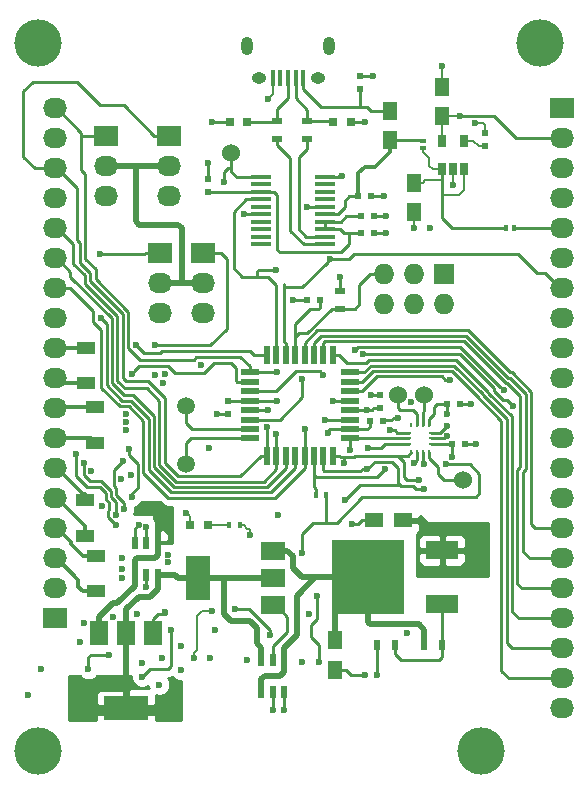
<source format=gtl>
G04 #@! TF.FileFunction,Copper,L1,Top,Signal*
%FSLAX46Y46*%
G04 Gerber Fmt 4.6, Leading zero omitted, Abs format (unit mm)*
G04 Created by KiCad (PCBNEW 4.0.5) date Mon Feb 27 06:48:06 2017*
%MOMM*%
%LPD*%
G01*
G04 APERTURE LIST*
%ADD10C,0.100000*%
%ADD11R,0.500000X0.600000*%
%ADD12R,0.600000X0.500000*%
%ADD13R,0.800000X0.750000*%
%ADD14R,1.250000X1.500000*%
%ADD15R,1.500000X1.250000*%
%ADD16R,1.600000X1.000000*%
%ADD17R,0.550000X0.300000*%
%ADD18R,0.300000X0.550000*%
%ADD19R,1.600000X0.550000*%
%ADD20R,0.550000X1.600000*%
%ADD21R,2.032000X1.727200*%
%ADD22O,2.032000X1.727200*%
%ADD23R,0.400000X1.350000*%
%ADD24O,1.250000X0.950000*%
%ADD25O,1.000000X1.550000*%
%ADD26R,1.727200X1.727200*%
%ADD27O,1.727200X1.727200*%
%ADD28R,1.500000X2.000000*%
%ADD29R,3.800000X2.000000*%
%ADD30R,2.000000X1.500000*%
%ADD31R,2.000000X3.800000*%
%ADD32R,0.400000X0.600000*%
%ADD33R,0.900000X0.500000*%
%ADD34R,0.500000X0.900000*%
%ADD35R,1.700000X0.350000*%
%ADD36R,0.250000X0.450000*%
%ADD37R,0.450000X0.250000*%
%ADD38R,6.100000X6.300000*%
%ADD39R,2.800000X1.500000*%
%ADD40R,0.600000X1.100000*%
%ADD41C,1.524000*%
%ADD42C,1.501140*%
%ADD43C,4.000000*%
%ADD44R,0.797560X0.797560*%
%ADD45R,0.700000X1.000000*%
%ADD46C,0.600000*%
%ADD47C,0.250000*%
%ADD48C,0.160000*%
%ADD49C,0.350000*%
%ADD50C,0.500000*%
%ADD51C,0.300000*%
%ADD52C,0.254000*%
G04 APERTURE END LIST*
D10*
D11*
X118600000Y-60300000D03*
X118600000Y-61400000D03*
D12*
X130600000Y-62000000D03*
X131700000Y-62000000D03*
D11*
X131450000Y-60900000D03*
X131450000Y-59800000D03*
D12*
X125300000Y-51750000D03*
X126400000Y-51750000D03*
D11*
X129800000Y-33900000D03*
X129800000Y-32800000D03*
D13*
X120250000Y-36700000D03*
X118750000Y-36700000D03*
X127550000Y-36700000D03*
X129050000Y-36700000D03*
D12*
X129650000Y-43000000D03*
X130750000Y-43000000D03*
D11*
X116900000Y-42650000D03*
X116900000Y-41550000D03*
D12*
X129850000Y-44700000D03*
X130950000Y-44700000D03*
X129850000Y-46100000D03*
X130950000Y-46100000D03*
D14*
X134350000Y-41850000D03*
X134350000Y-44350000D03*
D11*
X140350000Y-38750000D03*
X140350000Y-37650000D03*
D12*
X137550000Y-64000000D03*
X138650000Y-64000000D03*
X137150000Y-60600000D03*
X138250000Y-60600000D03*
D15*
X133475000Y-70425000D03*
X130975000Y-70425000D03*
D14*
X127700000Y-80600000D03*
X127700000Y-83100000D03*
D16*
X106600000Y-55800000D03*
X106600000Y-58800000D03*
X107350000Y-60850000D03*
X107350000Y-63850000D03*
X106500000Y-68750000D03*
X106500000Y-71750000D03*
X107400000Y-73450000D03*
X107400000Y-76450000D03*
D17*
X135100000Y-38925000D03*
X135100000Y-38275000D03*
D18*
X142175000Y-45700000D03*
X142825000Y-45700000D03*
D19*
X120450000Y-57900000D03*
X120450000Y-58700000D03*
X120450000Y-59500000D03*
X120450000Y-60300000D03*
X120450000Y-61100000D03*
X120450000Y-61900000D03*
X120450000Y-62700000D03*
X120450000Y-63500000D03*
D20*
X121900000Y-64950000D03*
X122700000Y-64950000D03*
X123500000Y-64950000D03*
X124300000Y-64950000D03*
X125100000Y-64950000D03*
X125900000Y-64950000D03*
X126700000Y-64950000D03*
X127500000Y-64950000D03*
D19*
X128950000Y-63500000D03*
X128950000Y-62700000D03*
X128950000Y-61900000D03*
X128950000Y-61100000D03*
X128950000Y-60300000D03*
X128950000Y-59500000D03*
X128950000Y-58700000D03*
X128950000Y-57900000D03*
D20*
X127500000Y-56450000D03*
X126700000Y-56450000D03*
X125900000Y-56450000D03*
X125100000Y-56450000D03*
X124300000Y-56450000D03*
X123500000Y-56450000D03*
X122700000Y-56450000D03*
X121900000Y-56450000D03*
D14*
X132300000Y-38250000D03*
X132300000Y-35750000D03*
D21*
X104000000Y-78740000D03*
D22*
X104000000Y-76200000D03*
X104000000Y-73660000D03*
X104000000Y-71120000D03*
X104000000Y-68580000D03*
X104000000Y-66040000D03*
X104000000Y-63500000D03*
X104000000Y-60960000D03*
X104000000Y-58420000D03*
X104000000Y-55880000D03*
X104000000Y-53340000D03*
X104000000Y-50800000D03*
X104000000Y-48260000D03*
X104000000Y-45720000D03*
X104000000Y-43180000D03*
X104000000Y-40640000D03*
X104000000Y-38100000D03*
X104000000Y-35560000D03*
D21*
X108300000Y-37860000D03*
D22*
X108300000Y-40400000D03*
X108300000Y-42940000D03*
D23*
X125000900Y-32962540D03*
X124350900Y-32962540D03*
X123700900Y-32962540D03*
X123050900Y-32962540D03*
X122400900Y-32962540D03*
D24*
X126200900Y-32962540D03*
X121200900Y-32962540D03*
D25*
X127200900Y-30262540D03*
X120200900Y-30262540D03*
D21*
X113600000Y-37860000D03*
D22*
X113600000Y-40400000D03*
X113600000Y-42940000D03*
D21*
X146900000Y-35560000D03*
D22*
X146900000Y-38100000D03*
X146900000Y-40640000D03*
X146900000Y-43180000D03*
X146900000Y-45720000D03*
X146900000Y-48260000D03*
X146900000Y-50800000D03*
X146900000Y-53340000D03*
X146900000Y-55880000D03*
X146900000Y-58420000D03*
X146900000Y-60960000D03*
X146900000Y-63500000D03*
X146900000Y-66040000D03*
X146900000Y-68580000D03*
X146900000Y-71120000D03*
X146900000Y-73660000D03*
X146900000Y-76200000D03*
X146900000Y-78740000D03*
X146900000Y-81280000D03*
X146900000Y-83820000D03*
X146900000Y-86360000D03*
D21*
X112900000Y-47800000D03*
D22*
X112900000Y-50340000D03*
X112900000Y-52880000D03*
D21*
X116500000Y-47820000D03*
D22*
X116500000Y-50360000D03*
X116500000Y-52900000D03*
D26*
X136940000Y-49600000D03*
D27*
X136940000Y-52140000D03*
X134400000Y-49600000D03*
X134400000Y-52140000D03*
X131860000Y-49600000D03*
X131860000Y-52140000D03*
D28*
X112300000Y-80000000D03*
X110000000Y-80000000D03*
X107700000Y-80000000D03*
D29*
X110000000Y-86300000D03*
D30*
X122400000Y-77600000D03*
X122400000Y-75300000D03*
X122400000Y-73000000D03*
D31*
X116100000Y-75300000D03*
D32*
X126950000Y-68300000D03*
X126050000Y-68300000D03*
D33*
X125300000Y-38150000D03*
X125300000Y-36650000D03*
D34*
X135250000Y-81000000D03*
X136750000Y-81000000D03*
D33*
X122800000Y-38150000D03*
X122800000Y-36650000D03*
D34*
X132750000Y-81000000D03*
X131250000Y-81000000D03*
D33*
X128100000Y-51000000D03*
X128100000Y-52500000D03*
D35*
X121400000Y-41342500D03*
X121400000Y-41977500D03*
X121400000Y-42612500D03*
X121400000Y-43247500D03*
X121400000Y-43882500D03*
X121400000Y-44517500D03*
X121400000Y-45152500D03*
X121400000Y-45787500D03*
X121400000Y-46422500D03*
X121400000Y-47057500D03*
X126800000Y-47057500D03*
X126800000Y-46422500D03*
X126800000Y-45787500D03*
X126800000Y-45152500D03*
X126800000Y-44517500D03*
X126800000Y-43882500D03*
X126800000Y-43247500D03*
X126800000Y-42612500D03*
X126800000Y-41977500D03*
X126800000Y-41342500D03*
D36*
X134150000Y-64675000D03*
X134650000Y-64675000D03*
X135150000Y-64675000D03*
X135650000Y-64675000D03*
D37*
X135825000Y-64000000D03*
X135825000Y-63500000D03*
X135825000Y-63000000D03*
D36*
X135650000Y-62325000D03*
X135150000Y-62325000D03*
X134650000Y-62325000D03*
X134150000Y-62325000D03*
D37*
X133975000Y-63000000D03*
X133975000Y-63500000D03*
X133975000Y-64000000D03*
D38*
X130500000Y-75250000D03*
D39*
X136750000Y-77536000D03*
X136750000Y-72964000D03*
D40*
X112650000Y-72350000D03*
X111700000Y-72350000D03*
X110750000Y-72350000D03*
X110750000Y-75050000D03*
X111700000Y-75050000D03*
X112650000Y-75050000D03*
X121450000Y-84950000D03*
X122400000Y-84950000D03*
X123350000Y-84950000D03*
X123350000Y-82250000D03*
X122400000Y-82250000D03*
X121450000Y-82250000D03*
D41*
X118900000Y-39300000D03*
X133000000Y-59800000D03*
X135200000Y-59800000D03*
X138500000Y-67000000D03*
D42*
X115100000Y-65640940D03*
X115100000Y-60759060D03*
D43*
X102500000Y-30000000D03*
X145000000Y-30000000D03*
X140000000Y-90000000D03*
X102500000Y-90000000D03*
D14*
X136700000Y-36200000D03*
X136700000Y-33700000D03*
D44*
X116899300Y-70850000D03*
X115400700Y-70850000D03*
D32*
X118700000Y-70850000D03*
X119600000Y-70850000D03*
D45*
X136700000Y-40700000D03*
X137650000Y-40700000D03*
X138600000Y-40700000D03*
X138600000Y-38300000D03*
X136700000Y-38300000D03*
D46*
X138250000Y-36200000D03*
X124900000Y-73200000D03*
X127050000Y-63050000D03*
X122750000Y-60300000D03*
X128100000Y-49850000D03*
X137050000Y-65700000D03*
X137600000Y-65100000D03*
X137150000Y-61450000D03*
X134100001Y-60418585D03*
X139550000Y-36800000D03*
X136700000Y-32000000D03*
X115100000Y-69800000D03*
X137650000Y-42050000D03*
X134350000Y-45700000D03*
X122000000Y-34750000D03*
X110950000Y-78350000D03*
X113550000Y-73350000D03*
X113550000Y-74000000D03*
X109650000Y-75350000D03*
X109650000Y-73650000D03*
X109650000Y-74550000D03*
X110000000Y-62800000D03*
X110000000Y-61450000D03*
X110000000Y-62100000D03*
X111059696Y-70795334D03*
X110374990Y-66622506D03*
X111705833Y-70974990D03*
X109600000Y-66950000D03*
X117500000Y-79700000D03*
X125500000Y-78400000D03*
X114600000Y-83100000D03*
X108903284Y-78575011D03*
X101650000Y-85250000D03*
X112799998Y-84350000D03*
X111315469Y-82525022D03*
X102750000Y-83000000D03*
X131250000Y-83500000D03*
X133750000Y-80000000D03*
X130225000Y-83525000D03*
X129150000Y-70775000D03*
X133023710Y-61733872D03*
X130700000Y-59800000D03*
X117650000Y-61400000D03*
X122000000Y-61100000D03*
X137150000Y-62450000D03*
X137141535Y-63261905D03*
X135252803Y-65636702D03*
X116300000Y-57300000D03*
X135700000Y-45700000D03*
X127500000Y-60300000D03*
X123350000Y-86450000D03*
X122400000Y-86500000D03*
X117000000Y-64300000D03*
X139200000Y-60600000D03*
X139600000Y-64000000D03*
X134400000Y-65600000D03*
X119982500Y-44517500D03*
X125300000Y-43900000D03*
X116900000Y-40200000D03*
X132000000Y-46100000D03*
X132000000Y-44700000D03*
X131800000Y-43000000D03*
X130900000Y-32800000D03*
X130200000Y-36700000D03*
X117300000Y-36700000D03*
X130400000Y-61100000D03*
X124100000Y-51750000D03*
X118250000Y-41750000D03*
X139700000Y-74700000D03*
X139700000Y-72950000D03*
X139700000Y-71000000D03*
X106449999Y-79103991D03*
X107950000Y-69250000D03*
X107050000Y-66250000D03*
X106100000Y-80750000D03*
X136750000Y-71000000D03*
X112450000Y-69350000D03*
X111400000Y-69350000D03*
X113250000Y-58000000D03*
X112450000Y-58150000D03*
X113100000Y-58800000D03*
X113250000Y-86775010D03*
X107000000Y-86750000D03*
X124850000Y-82450000D03*
X122800000Y-57900000D03*
X117300000Y-78100000D03*
X110474361Y-58024981D03*
X115702707Y-82125010D03*
X142748101Y-60741381D03*
X130060859Y-56378372D03*
X126700000Y-58100000D03*
X141971565Y-59428435D03*
X129349431Y-56012463D03*
X124900000Y-58500000D03*
X120200000Y-82250000D03*
X121900000Y-62525010D03*
X113049989Y-82050000D03*
X122700000Y-63150000D03*
X107800000Y-47900000D03*
X107850000Y-53300000D03*
X125100000Y-62700000D03*
X114600000Y-81050000D03*
X112400000Y-55600000D03*
X131875010Y-66125010D03*
X132300000Y-62800000D03*
X128500000Y-68700000D03*
X135250000Y-67750000D03*
X130425048Y-66108562D03*
X130500000Y-64300000D03*
X128400000Y-65600000D03*
X134750000Y-67000000D03*
X122850000Y-69950000D03*
X120500000Y-71700000D03*
X128950000Y-64450000D03*
X126800000Y-61900000D03*
X137450000Y-58550000D03*
X127270191Y-48325010D03*
X128300000Y-41300000D03*
X122650000Y-49200000D03*
X110795741Y-55547358D03*
X117113593Y-82125010D03*
X113300000Y-78150000D03*
X111700000Y-76100000D03*
X110450002Y-68450000D03*
X110250000Y-64400000D03*
X126150000Y-76850000D03*
X126300000Y-82450000D03*
X109843652Y-69451587D03*
X109750000Y-65400000D03*
X105750000Y-64850000D03*
X109150000Y-70850000D03*
X106800000Y-83050000D03*
X108550000Y-81800000D03*
X119228760Y-77974990D03*
X109150000Y-69950000D03*
X106410859Y-65592403D03*
X122150000Y-80150000D03*
X113800000Y-79750000D03*
X111350000Y-83700000D03*
D47*
X143000000Y-38100000D02*
X141100000Y-36200000D01*
X141100000Y-36200000D02*
X138250000Y-36200000D01*
X143700000Y-38100000D02*
X143000000Y-38100000D01*
D48*
X136700000Y-36200000D02*
X138250000Y-36200000D01*
X136700000Y-38300000D02*
X136700000Y-36200000D01*
D47*
X124900000Y-71550000D02*
X124900000Y-73200000D01*
X125814793Y-70635207D02*
X124900000Y-71550000D01*
X126900000Y-70635207D02*
X125814793Y-70635207D01*
X126900000Y-70635207D02*
X127839793Y-70635207D01*
X127839793Y-70635207D02*
X130000000Y-68475000D01*
X130000000Y-68475000D02*
X139575000Y-68475000D01*
X139575000Y-68475000D02*
X139900000Y-68150000D01*
X139900000Y-68150000D02*
X139900000Y-66500000D01*
X139900000Y-66500000D02*
X139100000Y-65700000D01*
X139100000Y-65700000D02*
X137050000Y-65700000D01*
X128950000Y-62700000D02*
X130400000Y-62700000D01*
X130400000Y-62700000D02*
X130600000Y-62500000D01*
X130600000Y-62500000D02*
X130600000Y-62000000D01*
X127050000Y-62900000D02*
X127050000Y-63050000D01*
X127250000Y-62700000D02*
X127050000Y-62900000D01*
X128950000Y-62700000D02*
X127250000Y-62700000D01*
X118600000Y-60300000D02*
X120450000Y-60300000D01*
X121500000Y-60300000D02*
X122750000Y-60300000D01*
X120450000Y-60300000D02*
X121500000Y-60300000D01*
X128100000Y-50000000D02*
X128100000Y-49850000D01*
X128100000Y-51000000D02*
X128100000Y-50000000D01*
X126950000Y-68300000D02*
X126950000Y-70585207D01*
X126950000Y-70585207D02*
X126900000Y-70635207D01*
X137600000Y-64550000D02*
X137600000Y-65100000D01*
X137550000Y-64000000D02*
X137550000Y-64500000D01*
X137550000Y-64500000D02*
X137600000Y-64550000D01*
X137150000Y-60600000D02*
X137150000Y-61450000D01*
X144900000Y-38100000D02*
X146900000Y-38100000D01*
X136100000Y-60800000D02*
X136300000Y-60600000D01*
X136300000Y-60600000D02*
X137150000Y-60600000D01*
X136100000Y-61400000D02*
X136100000Y-60800000D01*
X135650000Y-62325000D02*
X135650000Y-61850000D01*
X135650000Y-61850000D02*
X136100000Y-61400000D01*
X135825000Y-64000000D02*
X137550000Y-64000000D01*
X144900000Y-38100000D02*
X143700000Y-38100000D01*
X143700000Y-38100000D02*
X143600000Y-38100000D01*
D48*
X140200000Y-36800000D02*
X139550000Y-36800000D01*
X140350000Y-36950000D02*
X140200000Y-36800000D01*
X140350000Y-37190000D02*
X140350000Y-36950000D01*
X140350000Y-37650000D02*
X140350000Y-37190000D01*
X115400700Y-70850000D02*
X115400700Y-70100700D01*
X136700000Y-32790000D02*
X136700000Y-32000000D01*
X136700000Y-33700000D02*
X136700000Y-32790000D01*
X115400700Y-70100700D02*
X115100000Y-69800000D01*
X137650000Y-40700000D02*
X137650000Y-42050000D01*
X134350000Y-44350000D02*
X134350000Y-45700000D01*
X122400900Y-34349100D02*
X122000000Y-34750000D01*
X122400900Y-32962540D02*
X122400900Y-34349100D01*
D47*
X110750000Y-71105030D02*
X110759697Y-71095333D01*
X110759697Y-71095333D02*
X111059696Y-70795334D01*
X110750000Y-72350000D02*
X110750000Y-71105030D01*
X111700000Y-70980823D02*
X111705833Y-70974990D01*
X111700000Y-72350000D02*
X111700000Y-70980823D01*
X131250000Y-81000000D02*
X131250000Y-83500000D01*
X129275000Y-83525000D02*
X130225000Y-83525000D01*
X129000000Y-83525000D02*
X129275000Y-83525000D01*
X127700000Y-83100000D02*
X128575000Y-83100000D01*
X128575000Y-83100000D02*
X129000000Y-83525000D01*
X129625000Y-70775000D02*
X129150000Y-70775000D01*
X130975000Y-70425000D02*
X129975000Y-70425000D01*
X129975000Y-70425000D02*
X129625000Y-70775000D01*
X132450000Y-61950000D02*
X132666128Y-61733872D01*
X132666128Y-61733872D02*
X133023710Y-61733872D01*
X131800000Y-61950000D02*
X132450000Y-61950000D01*
X131700000Y-62000000D02*
X131750000Y-62000000D01*
X131750000Y-62000000D02*
X131800000Y-61950000D01*
X131450000Y-59800000D02*
X130700000Y-59800000D01*
X118600000Y-61400000D02*
X117650000Y-61400000D01*
X120450000Y-61100000D02*
X122000000Y-61100000D01*
X136600011Y-62999989D02*
X137150000Y-62450000D01*
X136600011Y-63000000D02*
X136600011Y-62999989D01*
X136600000Y-63500000D02*
X136903440Y-63500000D01*
X136903440Y-63500000D02*
X137141535Y-63261905D01*
X135150000Y-65533899D02*
X135252803Y-65636702D01*
X135150000Y-64675000D02*
X135150000Y-65533899D01*
X128950000Y-60300000D02*
X127500000Y-60300000D01*
X123350000Y-84950000D02*
X123350000Y-86450000D01*
X122400000Y-85750000D02*
X122400000Y-86500000D01*
X122400000Y-84950000D02*
X122400000Y-85750000D01*
X135825000Y-63000000D02*
X136600011Y-63000000D01*
X138250000Y-60600000D02*
X139200000Y-60600000D01*
X138650000Y-64000000D02*
X139600000Y-64000000D01*
X135825000Y-63500000D02*
X136600000Y-63500000D01*
X134650000Y-65350000D02*
X134400000Y-65600000D01*
X134650000Y-64675000D02*
X134650000Y-65350000D01*
X121400000Y-44517500D02*
X119982500Y-44517500D01*
X125682500Y-43900000D02*
X125300000Y-43900000D01*
X126800000Y-43882500D02*
X125700000Y-43882500D01*
X125700000Y-43882500D02*
X125682500Y-43900000D01*
X116900000Y-41000000D02*
X116900000Y-40200000D01*
X116900000Y-41550000D02*
X116900000Y-41000000D01*
X130950000Y-46100000D02*
X132000000Y-46100000D01*
X130950000Y-44700000D02*
X132000000Y-44700000D01*
X130750000Y-43000000D02*
X131800000Y-43000000D01*
X129800000Y-32800000D02*
X130900000Y-32800000D01*
X129050000Y-36700000D02*
X130200000Y-36700000D01*
X118750000Y-36700000D02*
X117300000Y-36700000D01*
X130900000Y-61024264D02*
X130900000Y-60950000D01*
X130950000Y-60900000D02*
X131450000Y-60900000D01*
X130900000Y-60950000D02*
X130950000Y-60900000D01*
X130400000Y-61100000D02*
X130824264Y-61100000D01*
X130824264Y-61100000D02*
X130900000Y-61024264D01*
X128950000Y-61100000D02*
X130400000Y-61100000D01*
X124524264Y-51750000D02*
X125300000Y-51750000D01*
X124100000Y-51750000D02*
X124524264Y-51750000D01*
X118900000Y-39300000D02*
X118900000Y-40600000D01*
X118900000Y-40600000D02*
X118900000Y-40900000D01*
X118300000Y-40900000D02*
X118600000Y-40600000D01*
X118600000Y-40600000D02*
X118900000Y-40600000D01*
X118300000Y-41275736D02*
X118300000Y-40900000D01*
X118250000Y-41750000D02*
X118250000Y-41325736D01*
X118250000Y-41325736D02*
X118300000Y-41275736D01*
X118900000Y-40900000D02*
X119342500Y-41342500D01*
X119342500Y-41342500D02*
X121400000Y-41342500D01*
X126500000Y-35400000D02*
X129800000Y-35400000D01*
X129800000Y-33900000D02*
X129800000Y-34450000D01*
X129800000Y-35400000D02*
X130400000Y-35400000D01*
X129800000Y-34450000D02*
X129800000Y-35400000D01*
X130400000Y-35400000D02*
X130750000Y-35750000D01*
X130750000Y-35750000D02*
X132300000Y-35750000D01*
X125913360Y-34813360D02*
X126500000Y-35400000D01*
X125913360Y-34800000D02*
X125913360Y-34813360D01*
X125000900Y-32962540D02*
X125000900Y-33887540D01*
X125000900Y-33887540D02*
X125913360Y-34800000D01*
X120250000Y-36700000D02*
X122750000Y-36700000D01*
X122750000Y-36700000D02*
X122800000Y-36650000D01*
X122800000Y-35600000D02*
X122800000Y-36650000D01*
X123700000Y-34700000D02*
X122800000Y-35600000D01*
X123700000Y-33888440D02*
X123700000Y-34700000D01*
X123700900Y-32962540D02*
X123700900Y-33887540D01*
X123700900Y-33887540D02*
X123700000Y-33888440D01*
X125300000Y-36650000D02*
X127500000Y-36650000D01*
X127500000Y-36650000D02*
X127550000Y-36700000D01*
X125300000Y-35650000D02*
X125300000Y-36650000D01*
X124350000Y-34700000D02*
X125300000Y-35650000D01*
X124350000Y-33888440D02*
X124350000Y-34700000D01*
X124350900Y-32962540D02*
X124350900Y-33887540D01*
X124350900Y-33887540D02*
X124350000Y-33888440D01*
X132300000Y-38250000D02*
X135075000Y-38250000D01*
X135075000Y-38250000D02*
X135100000Y-38275000D01*
D49*
X130200000Y-40500000D02*
X129650000Y-41050000D01*
X129650000Y-41050000D02*
X129650000Y-43000000D01*
X131050000Y-40500000D02*
X130200000Y-40500000D01*
X132300000Y-38250000D02*
X132300000Y-39250000D01*
X132300000Y-39250000D02*
X131050000Y-40500000D01*
D47*
X128900000Y-43000000D02*
X129650000Y-43000000D01*
X128500000Y-43400000D02*
X128900000Y-43000000D01*
X128500000Y-43917500D02*
X128500000Y-43400000D01*
X127900000Y-44517500D02*
X128500000Y-43917500D01*
X126800000Y-44517500D02*
X127900000Y-44517500D01*
X126800000Y-45787500D02*
X126800000Y-45152500D01*
X128400000Y-46100000D02*
X128900000Y-46100000D01*
X128900000Y-46100000D02*
X129850000Y-46100000D01*
X128200000Y-47700000D02*
X128900000Y-47000000D01*
X128900000Y-47000000D02*
X128900000Y-46100000D01*
X123000000Y-47700000D02*
X128200000Y-47700000D01*
X122800000Y-47500000D02*
X123000000Y-47700000D01*
X122800000Y-42912500D02*
X122800000Y-47500000D01*
X121400000Y-42612500D02*
X122500000Y-42612500D01*
X122500000Y-42612500D02*
X122800000Y-42912500D01*
X128147500Y-45152500D02*
X128600000Y-44700000D01*
X128600000Y-44700000D02*
X129850000Y-44700000D01*
X126800000Y-45152500D02*
X128147500Y-45152500D01*
X128087500Y-45787500D02*
X128400000Y-46100000D01*
X126800000Y-45787500D02*
X128087500Y-45787500D01*
X116900000Y-42650000D02*
X121362500Y-42650000D01*
X121362500Y-42650000D02*
X121400000Y-42612500D01*
D48*
X138150000Y-42900000D02*
X138600000Y-42450000D01*
X138600000Y-42450000D02*
X138600000Y-40700000D01*
D47*
X136700000Y-42900000D02*
X136700000Y-41650000D01*
X136700000Y-44850000D02*
X136700000Y-42900000D01*
D48*
X136700000Y-42900000D02*
X138150000Y-42900000D01*
X135650000Y-40400000D02*
X135950000Y-40700000D01*
X135950000Y-40700000D02*
X136700000Y-40700000D01*
X135650000Y-39785000D02*
X135650000Y-40400000D01*
X135100000Y-38925000D02*
X135100000Y-39235000D01*
X135100000Y-39235000D02*
X135650000Y-39785000D01*
D47*
X136700000Y-41650000D02*
X136700000Y-41360000D01*
D48*
X136410000Y-41650000D02*
X136700000Y-41650000D01*
D47*
X137550000Y-45700000D02*
X136700000Y-44850000D01*
X141775000Y-45700000D02*
X137550000Y-45700000D01*
D48*
X134350000Y-41850000D02*
X135135000Y-41850000D01*
X135135000Y-41850000D02*
X135335000Y-41650000D01*
X135335000Y-41650000D02*
X136410000Y-41650000D01*
D47*
X136700000Y-41360000D02*
X136700000Y-40700000D01*
X141775000Y-45700000D02*
X142175000Y-45700000D01*
D48*
X139700000Y-73374264D02*
X139700000Y-74700000D01*
X139700000Y-72950000D02*
X139700000Y-73374264D01*
X139700000Y-71000000D02*
X139700000Y-72950000D01*
X137174264Y-71000000D02*
X139700000Y-71000000D01*
X136750000Y-71000000D02*
X137174264Y-71000000D01*
D47*
X142825000Y-45700000D02*
X146880000Y-45700000D01*
X146880000Y-45700000D02*
X146900000Y-45720000D01*
X136750000Y-71964000D02*
X136750000Y-71000000D01*
X136750000Y-72964000D02*
X136750000Y-71964000D01*
D50*
X124450000Y-76800000D02*
X126000000Y-75250000D01*
X124450000Y-80100000D02*
X124450000Y-76800000D01*
X123350000Y-81200000D02*
X124450000Y-80100000D01*
X123350000Y-82250000D02*
X123350000Y-81200000D01*
X126800000Y-75250000D02*
X126000000Y-75250000D01*
X126000000Y-75250000D02*
X124900000Y-75250000D01*
X124100000Y-73450000D02*
X123650000Y-73000000D01*
X124900000Y-75250000D02*
X124100000Y-74450000D01*
X124100000Y-74450000D02*
X124100000Y-73450000D01*
X123650000Y-73000000D02*
X122400000Y-73000000D01*
X121450000Y-84950000D02*
X121450000Y-83900000D01*
X121450000Y-83900000D02*
X121750000Y-83600000D01*
X121750000Y-83600000D02*
X123050000Y-83600000D01*
X123050000Y-83600000D02*
X123350000Y-83300000D01*
X123350000Y-83300000D02*
X123350000Y-82250000D01*
X127700000Y-80600000D02*
X127700000Y-78050000D01*
X127700000Y-78050000D02*
X130500000Y-75250000D01*
X134750000Y-79200000D02*
X135250000Y-79700000D01*
X135250000Y-79700000D02*
X135250000Y-81000000D01*
X130650000Y-79200000D02*
X134750000Y-79200000D01*
X130500000Y-79050000D02*
X130650000Y-79200000D01*
X130500000Y-75250000D02*
X130500000Y-79050000D01*
X126800000Y-75250000D02*
X130500000Y-75250000D01*
X126250000Y-75250000D02*
X126800000Y-75250000D01*
D47*
X115100000Y-65640940D02*
X115100000Y-63900000D01*
X115100000Y-63900000D02*
X115500000Y-63500000D01*
X115500000Y-63500000D02*
X120450000Y-63500000D01*
X115100000Y-62200000D02*
X115600000Y-62700000D01*
X115600000Y-62700000D02*
X120450000Y-62700000D01*
X115100000Y-60759060D02*
X115100000Y-62200000D01*
D51*
X106600000Y-55800000D02*
X104080000Y-55800000D01*
X104080000Y-55800000D02*
X104000000Y-55880000D01*
X106600000Y-58800000D02*
X104380000Y-58800000D01*
X104380000Y-58800000D02*
X104000000Y-58420000D01*
X107350000Y-60850000D02*
X104110000Y-60850000D01*
X104110000Y-60850000D02*
X104000000Y-60960000D01*
X104000000Y-63500000D02*
X107000000Y-63500000D01*
X107000000Y-63500000D02*
X107350000Y-63850000D01*
X106500000Y-68200000D02*
X106312400Y-68200000D01*
X106312400Y-68200000D02*
X104152400Y-66040000D01*
X104152400Y-66040000D02*
X104000000Y-66040000D01*
X106500000Y-68750000D02*
X106500000Y-68200000D01*
X106500000Y-71750000D02*
X106500000Y-70927600D01*
X106500000Y-70927600D02*
X104152400Y-68580000D01*
X104152400Y-68580000D02*
X104000000Y-68580000D01*
X104170000Y-68750000D02*
X104000000Y-68580000D01*
X107400000Y-73450000D02*
X106300000Y-73450000D01*
X106300000Y-73450000D02*
X105316000Y-72466000D01*
X105316000Y-72466000D02*
X105316000Y-72283600D01*
X105316000Y-72283600D02*
X104152400Y-71120000D01*
X104152400Y-71120000D02*
X104000000Y-71120000D01*
X107400000Y-76450000D02*
X106300000Y-76450000D01*
X106300000Y-76450000D02*
X105950000Y-76100000D01*
X105950000Y-76100000D02*
X105950000Y-75457600D01*
X105950000Y-75457600D02*
X104152400Y-73660000D01*
X104152400Y-73660000D02*
X104000000Y-73660000D01*
D50*
X111400000Y-69350000D02*
X112450000Y-69350000D01*
X112650000Y-69550000D02*
X112450000Y-69350000D01*
X112650000Y-72350000D02*
X112650000Y-69550000D01*
X107700000Y-78600000D02*
X107700000Y-80000000D01*
X109250000Y-77450000D02*
X108850000Y-77450000D01*
X108850000Y-77450000D02*
X107700000Y-78600000D01*
X110750000Y-75950000D02*
X109250000Y-77450000D01*
X110750000Y-75050000D02*
X110750000Y-75950000D01*
X112650000Y-72350000D02*
X112650000Y-70500000D01*
X110900000Y-73600000D02*
X110750000Y-73750000D01*
X110750000Y-73750000D02*
X110750000Y-75050000D01*
X112450000Y-73600000D02*
X110900000Y-73600000D01*
X112650000Y-72350000D02*
X112650000Y-73400000D01*
X112650000Y-73400000D02*
X112450000Y-73600000D01*
X118250000Y-78350000D02*
X118250000Y-75400000D01*
X118250000Y-75400000D02*
X118150000Y-75300000D01*
X118850000Y-78950000D02*
X118250000Y-78350000D01*
X120500000Y-78950000D02*
X118850000Y-78950000D01*
X121100000Y-79550000D02*
X120500000Y-78950000D01*
X121100000Y-80850000D02*
X121100000Y-79550000D01*
X121450000Y-82250000D02*
X121450000Y-81200000D01*
X121450000Y-81200000D02*
X121100000Y-80850000D01*
X121450000Y-82000000D02*
X121450000Y-82250000D01*
X116100000Y-75300000D02*
X116100000Y-76200000D01*
X110000000Y-80000000D02*
X110000000Y-81500000D01*
X110000000Y-81500000D02*
X110000000Y-86300000D01*
X111050000Y-76900000D02*
X110000000Y-77950000D01*
X110000000Y-77950000D02*
X110000000Y-80000000D01*
X112010002Y-76900000D02*
X111050000Y-76900000D01*
X113224990Y-86750000D02*
X113250000Y-86775010D01*
X110000000Y-86750000D02*
X113224990Y-86750000D01*
X110000000Y-86750000D02*
X107000000Y-86750000D01*
X118150000Y-75300000D02*
X116100000Y-75300000D01*
X119500000Y-75300000D02*
X118150000Y-75300000D01*
X110000000Y-84700000D02*
X110000000Y-86750000D01*
X107550000Y-84750000D02*
X106500000Y-84750000D01*
X110000000Y-84700000D02*
X107600000Y-84700000D01*
X107600000Y-84700000D02*
X107550000Y-84750000D01*
X112010002Y-76900000D02*
X112650000Y-76260002D01*
X112650000Y-76260002D02*
X112650000Y-75050000D01*
X114400000Y-75300000D02*
X114150000Y-75050000D01*
X114150000Y-75050000D02*
X112650000Y-75050000D01*
X116100000Y-75300000D02*
X114400000Y-75300000D01*
X122400000Y-75300000D02*
X119500000Y-75300000D01*
X112900000Y-50340000D02*
X114700000Y-50340000D01*
X114700000Y-50340000D02*
X116480000Y-50340000D01*
X114700000Y-45700000D02*
X114700000Y-50340000D01*
X116480000Y-50340000D02*
X116500000Y-50360000D01*
X114400000Y-45400000D02*
X114700000Y-45700000D01*
X111100000Y-45400000D02*
X114400000Y-45400000D01*
X110800000Y-45100000D02*
X111100000Y-45400000D01*
X110800000Y-40400000D02*
X113600000Y-40400000D01*
X109816000Y-40400000D02*
X110800000Y-40400000D01*
X110800000Y-40400000D02*
X110800000Y-45100000D01*
X108300000Y-40400000D02*
X109816000Y-40400000D01*
D47*
X120450000Y-57900000D02*
X120450000Y-57375000D01*
X119675000Y-56600000D02*
X115950000Y-56600000D01*
X111200000Y-56850000D02*
X110150055Y-55800055D01*
X120450000Y-57375000D02*
X119675000Y-56600000D01*
X115950000Y-56600000D02*
X115700000Y-56850000D01*
X115700000Y-56850000D02*
X111200000Y-56850000D01*
X106500000Y-41100000D02*
X106192400Y-40792400D01*
X106192400Y-40792400D02*
X106192400Y-37900000D01*
X110150055Y-55800055D02*
X110150055Y-52750055D01*
X110150055Y-52750055D02*
X107400022Y-50000022D01*
X107400022Y-50000022D02*
X107400022Y-49163612D01*
X107400022Y-49163612D02*
X106500000Y-48263590D01*
X106500000Y-48263590D02*
X106500000Y-41100000D01*
X122800000Y-57900000D02*
X120450000Y-57900000D01*
X106192400Y-37600000D02*
X106192400Y-37900000D01*
X106192400Y-37900000D02*
X106232400Y-37860000D01*
X106232400Y-37860000D02*
X108300000Y-37860000D01*
X106192400Y-37600000D02*
X104152400Y-35560000D01*
X104152400Y-35560000D02*
X104000000Y-35560000D01*
D48*
X116000000Y-78500000D02*
X116400000Y-78100000D01*
X116400000Y-78100000D02*
X116875736Y-78100000D01*
X116000000Y-81403453D02*
X116000000Y-78500000D01*
X115702707Y-82125010D02*
X115702707Y-81700746D01*
X115702707Y-81700746D02*
X116000000Y-81403453D01*
X117300000Y-78100000D02*
X116875736Y-78100000D01*
D47*
X110774360Y-57724982D02*
X110474361Y-58024981D01*
X111124343Y-57374999D02*
X110774360Y-57724982D01*
X113550001Y-57374999D02*
X111124343Y-57374999D01*
X118900000Y-57100000D02*
X117450000Y-57100000D01*
X119300000Y-57500000D02*
X118900000Y-57100000D01*
X119400000Y-58700000D02*
X119300000Y-58600000D01*
X117450000Y-57100000D02*
X116600000Y-57950000D01*
X120450000Y-58700000D02*
X119400000Y-58700000D01*
X116600000Y-57950000D02*
X114125002Y-57950000D01*
X114125002Y-57950000D02*
X113550001Y-57374999D01*
X119300000Y-58600000D02*
X119300000Y-57500000D01*
X141100000Y-59440769D02*
X141909198Y-60249967D01*
X130060859Y-56378372D02*
X138278372Y-56378372D01*
X141909198Y-60249967D02*
X142256687Y-60249967D01*
X138278372Y-56378372D02*
X141100000Y-59200000D01*
X142256687Y-60249967D02*
X142448102Y-60441382D01*
X141100000Y-59200000D02*
X141100000Y-59440769D01*
X142448102Y-60441382D02*
X142748101Y-60741381D01*
X126400000Y-57800000D02*
X126700000Y-58100000D01*
X124400000Y-57800000D02*
X126400000Y-57800000D01*
X122700000Y-59500000D02*
X124400000Y-57800000D01*
X120450000Y-59500000D02*
X122700000Y-59500000D01*
X123000000Y-61900000D02*
X124900000Y-60000000D01*
X124900000Y-60000000D02*
X124900000Y-58500000D01*
X120450000Y-61900000D02*
X123000000Y-61900000D01*
X129349431Y-56012463D02*
X129649430Y-55712464D01*
X138255594Y-55712464D02*
X141671566Y-59128436D01*
X141671566Y-59128436D02*
X141971565Y-59428435D01*
X129649430Y-55712464D02*
X138255594Y-55712464D01*
X121375000Y-64950000D02*
X121900000Y-64950000D01*
X106950011Y-49513600D02*
X106950011Y-50202187D01*
X109700044Y-52952220D02*
X109700044Y-58400035D01*
X109950000Y-58649991D02*
X111825099Y-58649991D01*
X106049989Y-48613578D02*
X106950011Y-49513600D01*
X119608489Y-66716511D02*
X121375000Y-64950000D01*
X114422798Y-66716511D02*
X119608489Y-66716511D01*
X104000000Y-40640000D02*
X104152400Y-40640000D01*
X106950011Y-50202187D02*
X109700044Y-52952220D01*
X105826000Y-42313600D02*
X105826000Y-46726000D01*
X113250055Y-60074947D02*
X113250055Y-65543766D01*
X111825099Y-58649991D02*
X113250055Y-60074947D01*
X106049989Y-46949989D02*
X106049989Y-48613578D01*
X105826000Y-46726000D02*
X106049989Y-46949989D01*
X109700044Y-58400035D02*
X109950000Y-58649991D01*
X113250055Y-65543766D02*
X114422798Y-66716511D01*
X104152400Y-40640000D02*
X105826000Y-42313600D01*
X121900000Y-64950000D02*
X121900000Y-62525010D01*
X101300000Y-39700000D02*
X102240000Y-40640000D01*
X102240000Y-40640000D02*
X104000000Y-40640000D01*
X101300000Y-34100000D02*
X101300000Y-39700000D01*
X102100000Y-33300000D02*
X101300000Y-34100000D01*
X105800000Y-33300000D02*
X102100000Y-33300000D01*
X107800000Y-35300000D02*
X105800000Y-33300000D01*
X109774000Y-35300000D02*
X107800000Y-35300000D01*
X113600000Y-37860000D02*
X112334000Y-37860000D01*
X112334000Y-37860000D02*
X109774000Y-35300000D01*
X105500000Y-47067600D02*
X105500000Y-48700000D01*
X106500000Y-49700000D02*
X106500000Y-50388587D01*
X104000000Y-45720000D02*
X104152400Y-45720000D01*
X109886410Y-59250000D02*
X111750000Y-59250000D01*
X112800044Y-60300044D02*
X112800044Y-65730167D01*
X109250033Y-53138620D02*
X109250033Y-58613623D01*
X111750000Y-59250000D02*
X112800044Y-60300044D01*
X114236399Y-67166522D02*
X121633478Y-67166522D01*
X104152400Y-45720000D02*
X105500000Y-47067600D01*
X106500000Y-50388587D02*
X109250033Y-53138620D01*
X109250033Y-58613623D02*
X109886410Y-59250000D01*
X112800044Y-65730167D02*
X114236399Y-67166522D01*
X121633478Y-67166522D02*
X122700000Y-66100000D01*
X122700000Y-66100000D02*
X122700000Y-66000000D01*
X105500000Y-48700000D02*
X106500000Y-49700000D01*
X122700000Y-66000000D02*
X122700000Y-64950000D01*
X122700000Y-63150000D02*
X122700000Y-64950000D01*
X111534000Y-47900000D02*
X107800000Y-47900000D01*
X112900000Y-47800000D02*
X111634000Y-47800000D01*
X111634000Y-47800000D02*
X111534000Y-47900000D01*
X123500000Y-66000000D02*
X123500000Y-64950000D01*
X114050000Y-67616533D02*
X121883467Y-67616533D01*
X121883467Y-67616533D02*
X123500000Y-66000000D01*
X110572800Y-59849978D02*
X112350033Y-61627211D01*
X112350033Y-65916566D02*
X114050000Y-67616533D01*
X112350033Y-61627211D02*
X112350033Y-65916566D01*
X109849978Y-59849978D02*
X110572800Y-59849978D01*
X108800022Y-58800022D02*
X109849978Y-59849978D01*
X108800022Y-53325020D02*
X108800022Y-58800022D01*
X105266000Y-49790998D02*
X108800022Y-53325020D01*
X105266000Y-49373600D02*
X105266000Y-49790998D01*
X104152400Y-48260000D02*
X105266000Y-49373600D01*
X104000000Y-48260000D02*
X104152400Y-48260000D01*
X108350011Y-55350000D02*
X108350011Y-59000011D01*
X111900022Y-61813611D02*
X111900022Y-66150022D01*
X111900022Y-66150022D02*
X113816544Y-68066544D01*
X108350011Y-59000011D02*
X109649989Y-60299989D01*
X109649989Y-60299989D02*
X110386400Y-60299989D01*
X110386400Y-60299989D02*
X111900022Y-61813611D01*
X113816544Y-68066544D02*
X122233456Y-68066544D01*
X124300000Y-66000000D02*
X124300000Y-64950000D01*
X122233456Y-68066544D02*
X124300000Y-66000000D01*
X108350011Y-55150011D02*
X108350011Y-55350000D01*
X107850000Y-53300000D02*
X108350011Y-53800011D01*
X108350011Y-53800011D02*
X108350011Y-55350000D01*
X104000000Y-50800000D02*
X105266000Y-50800000D01*
X105266000Y-50800000D02*
X107200000Y-52734000D01*
X107200000Y-52734000D02*
X107200000Y-53600000D01*
X107200000Y-53600000D02*
X107900000Y-54300000D01*
X107900000Y-54300000D02*
X107900000Y-59200000D01*
X122583445Y-68516555D02*
X125100000Y-66000000D01*
X107900000Y-59200000D02*
X109450000Y-60750000D01*
X109450000Y-60750000D02*
X110200000Y-60750000D01*
X125100000Y-66000000D02*
X125100000Y-64950000D01*
X110200000Y-60750000D02*
X111450000Y-62000000D01*
X111450000Y-62000000D02*
X111450000Y-66400000D01*
X111450000Y-66400000D02*
X113566555Y-68516555D01*
X113566555Y-68516555D02*
X122583445Y-68516555D01*
X125100000Y-62700000D02*
X125100000Y-64950000D01*
X118500000Y-54200000D02*
X117100000Y-55600000D01*
X117100000Y-55600000D02*
X112400000Y-55600000D01*
X118500000Y-48300000D02*
X118500000Y-54200000D01*
X118000000Y-47800000D02*
X118500000Y-48300000D01*
X116672400Y-47800000D02*
X118000000Y-47800000D01*
X116500000Y-47820000D02*
X116652400Y-47820000D01*
X116652400Y-47820000D02*
X116672400Y-47800000D01*
X126050000Y-68300000D02*
X126050000Y-67750000D01*
X126050000Y-67750000D02*
X125900000Y-67600000D01*
X125900000Y-67600000D02*
X125900000Y-66600000D01*
X125900000Y-64950000D02*
X125900000Y-66600000D01*
X125900000Y-66600000D02*
X126050000Y-66750000D01*
X131250020Y-66750000D02*
X131575011Y-66425009D01*
X126050000Y-66750000D02*
X131250020Y-66750000D01*
X131575011Y-66425009D02*
X131875010Y-66125010D01*
X132300000Y-62800000D02*
X132724264Y-62800000D01*
X132724264Y-62800000D02*
X132924264Y-63000000D01*
X132924264Y-63000000D02*
X133975000Y-63000000D01*
X126700000Y-64950000D02*
X126700000Y-66200000D01*
X126700000Y-66200000D02*
X126725002Y-66225002D01*
X126725002Y-66225002D02*
X129884344Y-66225002D01*
X129884344Y-66225002D02*
X130000784Y-66108562D01*
X130000784Y-66108562D02*
X130425048Y-66108562D01*
X133000000Y-67250000D02*
X133150000Y-67400000D01*
X133150000Y-67400000D02*
X133250000Y-67500000D01*
X129800000Y-67400000D02*
X133150000Y-67400000D01*
X128500000Y-68700000D02*
X129800000Y-67400000D01*
X134500000Y-67750000D02*
X135250000Y-67750000D01*
X134250000Y-67500000D02*
X134500000Y-67750000D01*
X134000000Y-67500000D02*
X134250000Y-67500000D01*
X133750000Y-67500000D02*
X134000000Y-67500000D01*
X133250000Y-67500000D02*
X133750000Y-67500000D01*
X133000000Y-66000000D02*
X133000000Y-67250000D01*
X132500000Y-65500000D02*
X133000000Y-66000000D01*
X131033610Y-65500000D02*
X132500000Y-65500000D01*
X130425048Y-66108562D02*
X131033610Y-65500000D01*
X131600000Y-64300000D02*
X131900000Y-64000000D01*
X131900000Y-64000000D02*
X133975000Y-64000000D01*
X130500000Y-64300000D02*
X131600000Y-64300000D01*
X128400000Y-65075001D02*
X128400000Y-65600000D01*
X128150001Y-65075001D02*
X128400000Y-65075001D01*
X128400000Y-65075001D02*
X129250001Y-65075001D01*
X134250000Y-67000000D02*
X134750000Y-67000000D01*
X134000000Y-67000000D02*
X134250000Y-67000000D01*
X132700000Y-64950000D02*
X133000000Y-64950000D01*
X129375002Y-64950000D02*
X132700000Y-64950000D01*
X129250001Y-65075001D02*
X129375002Y-64950000D01*
X128025000Y-64950000D02*
X128150001Y-65075001D01*
X127500000Y-64950000D02*
X128025000Y-64950000D01*
X133750000Y-67000000D02*
X134000000Y-67000000D01*
X133500000Y-66750000D02*
X133750000Y-67000000D01*
X133500000Y-65500000D02*
X133500000Y-66750000D01*
X133000000Y-65000000D02*
X133500000Y-65500000D01*
X133000000Y-64950000D02*
X133875000Y-64950000D01*
X133000000Y-64950000D02*
X133000000Y-65000000D01*
X133875000Y-64950000D02*
X134150000Y-64675000D01*
D48*
X119600000Y-70850000D02*
X119960000Y-70850000D01*
X119960000Y-70850000D02*
X120260000Y-71150000D01*
X120260000Y-71150000D02*
X120374264Y-71150000D01*
X120374264Y-71150000D02*
X120500000Y-71275736D01*
X120500000Y-71275736D02*
X120500000Y-71700000D01*
D47*
X128950000Y-63500000D02*
X128950000Y-64450000D01*
X128950000Y-63500000D02*
X133975000Y-63500000D01*
X126800000Y-61900000D02*
X128950000Y-61900000D01*
X128950000Y-59500000D02*
X130000000Y-59500000D01*
X130000000Y-59500000D02*
X131249969Y-58250031D01*
X131249969Y-58250031D02*
X136725767Y-58250031D01*
X136725767Y-58250031D02*
X137025736Y-58550000D01*
X137025736Y-58550000D02*
X137450000Y-58550000D01*
X141750000Y-83150000D02*
X142420000Y-83820000D01*
X130900000Y-57800000D02*
X130900020Y-57800020D01*
X128950000Y-58700000D02*
X130000000Y-58700000D01*
X145634000Y-83820000D02*
X146900000Y-83820000D01*
X137590787Y-57800020D02*
X139500000Y-59709233D01*
X130900020Y-57800020D02*
X137590787Y-57800020D01*
X130000000Y-58700000D02*
X130900000Y-57800000D01*
X139500000Y-59709233D02*
X139500000Y-59750000D01*
X139500000Y-59750000D02*
X141750000Y-62000000D01*
X141750000Y-62000000D02*
X141750000Y-83150000D01*
X142420000Y-83820000D02*
X145634000Y-83820000D01*
X145634000Y-81280000D02*
X146900000Y-81280000D01*
X130163590Y-57900000D02*
X130713599Y-57349991D01*
X142200011Y-61813600D02*
X142200011Y-80800011D01*
X140199978Y-59813568D02*
X142200011Y-61813600D01*
X140199978Y-59772800D02*
X140199978Y-59813568D01*
X142680000Y-81280000D02*
X145634000Y-81280000D01*
X132022795Y-57349991D02*
X132022813Y-57350009D01*
X130713599Y-57349991D02*
X132022795Y-57349991D01*
X142200011Y-80800011D02*
X142680000Y-81280000D01*
X132022813Y-57350009D02*
X137777187Y-57350009D01*
X128950000Y-57900000D02*
X130163590Y-57900000D01*
X137777187Y-57350009D02*
X140199978Y-59772800D01*
X142650022Y-61627200D02*
X142650022Y-78150022D01*
X145634000Y-78740000D02*
X146900000Y-78740000D01*
X130577168Y-56850011D02*
X137913600Y-56850011D01*
X140649989Y-59586400D02*
X140649989Y-59627168D01*
X128025000Y-56450000D02*
X128700001Y-57125001D01*
X143240000Y-78740000D02*
X145634000Y-78740000D01*
X130302178Y-57125001D02*
X130577168Y-56850011D01*
X142650022Y-78150022D02*
X143240000Y-78740000D01*
X140649989Y-59627168D02*
X142650022Y-61627200D01*
X137913600Y-56850011D02*
X140649989Y-59586400D01*
X127500000Y-56450000D02*
X128025000Y-56450000D01*
X128700001Y-57125001D02*
X130302178Y-57125001D01*
X145634000Y-76200000D02*
X146900000Y-76200000D01*
X143500000Y-76200000D02*
X145634000Y-76200000D01*
X143373102Y-59904970D02*
X143373102Y-65936130D01*
X126849978Y-55250022D02*
X138575026Y-55250022D01*
X126700000Y-55400000D02*
X126849978Y-55250022D01*
X143373102Y-65936130D02*
X143100033Y-66209199D01*
X126700000Y-56450000D02*
X126700000Y-55400000D01*
X142271566Y-58803434D02*
X143373102Y-59904970D01*
X143100033Y-66209199D02*
X143100033Y-75800033D01*
X138575026Y-55250022D02*
X142128438Y-58803434D01*
X143100033Y-75800033D02*
X143500000Y-76200000D01*
X142128438Y-58803434D02*
X142271566Y-58803434D01*
X125900000Y-56450000D02*
X125900000Y-55400000D01*
X125900000Y-55400000D02*
X126499989Y-54800011D01*
X142457966Y-58353423D02*
X143823113Y-59718570D01*
X126499989Y-54800011D02*
X138761426Y-54800011D01*
X138761426Y-54800011D02*
X142314838Y-58353423D01*
X144160000Y-73660000D02*
X146900000Y-73660000D01*
X142314838Y-58353423D02*
X142457966Y-58353423D01*
X143823113Y-59718570D02*
X143823113Y-66122530D01*
X143823113Y-66122530D02*
X143600022Y-66345621D01*
X143600022Y-66345621D02*
X143600022Y-73100022D01*
X143600022Y-73100022D02*
X144160000Y-73660000D01*
X125100000Y-56450000D02*
X125100000Y-55436410D01*
X125100000Y-55436410D02*
X126186410Y-54350000D01*
X126186410Y-54350000D02*
X138947826Y-54350000D01*
X138947826Y-54350000D02*
X142501238Y-57903412D01*
X142501238Y-57903412D02*
X142644366Y-57903412D01*
X142644366Y-57903412D02*
X144273124Y-59532170D01*
X144273124Y-59532170D02*
X144273124Y-70773124D01*
X144273124Y-70773124D02*
X144620000Y-71120000D01*
X144620000Y-71120000D02*
X146900000Y-71120000D01*
X127270191Y-48325010D02*
X128874990Y-48325010D01*
X128874990Y-48325010D02*
X129300000Y-47900000D01*
X129300000Y-47900000D02*
X143200000Y-47900000D01*
X143200000Y-47900000D02*
X144800000Y-49500000D01*
X144800000Y-49500000D02*
X145447600Y-49500000D01*
X145447600Y-49500000D02*
X146747600Y-50800000D01*
X146747600Y-50800000D02*
X146900000Y-50800000D01*
X126970192Y-48625009D02*
X127270191Y-48325010D01*
X123400000Y-50700000D02*
X124895201Y-50700000D01*
X124895201Y-50700000D02*
X126970192Y-48625009D01*
X123400000Y-50400000D02*
X123400000Y-50700000D01*
X123400000Y-50700000D02*
X123400000Y-55300000D01*
X127942500Y-41300000D02*
X128300000Y-41300000D01*
X126800000Y-41342500D02*
X127900000Y-41342500D01*
X127900000Y-41342500D02*
X127942500Y-41300000D01*
X123500000Y-55400000D02*
X123500000Y-56450000D01*
X123400000Y-55300000D02*
X123500000Y-55400000D01*
X121100000Y-49800000D02*
X119800000Y-49800000D01*
X119800000Y-49800000D02*
X119100000Y-49100000D01*
X119100000Y-49100000D02*
X119100000Y-44300000D01*
X120152500Y-43247500D02*
X121400000Y-43247500D01*
X119100000Y-44300000D02*
X120152500Y-43247500D01*
X122000000Y-49800000D02*
X121100000Y-49800000D01*
X122650000Y-49200000D02*
X121250000Y-49200000D01*
X121250000Y-49200000D02*
X121100000Y-49350000D01*
X121100000Y-49350000D02*
X121100000Y-49800000D01*
X122700000Y-56450000D02*
X122700000Y-50500000D01*
X122700000Y-50500000D02*
X122000000Y-49800000D01*
X111498383Y-56250000D02*
X111095740Y-55847357D01*
X112850000Y-56250000D02*
X111498383Y-56250000D01*
X113000000Y-56100000D02*
X112850000Y-56250000D01*
X120500000Y-56100000D02*
X113000000Y-56100000D01*
X120850000Y-56450000D02*
X120500000Y-56100000D01*
X111095740Y-55847357D02*
X110795741Y-55547358D01*
X121900000Y-56450000D02*
X120850000Y-56450000D01*
X113350000Y-78400000D02*
X113350000Y-78200000D01*
X113350000Y-78200000D02*
X113300000Y-78150000D01*
X112650000Y-78400000D02*
X113350000Y-78400000D01*
X112300000Y-80000000D02*
X112300000Y-78750000D01*
X112300000Y-78750000D02*
X112650000Y-78400000D01*
X111700000Y-75050000D02*
X111700000Y-76100000D01*
X122400000Y-82250000D02*
X122400000Y-81100000D01*
X123650000Y-79850000D02*
X123650000Y-78600000D01*
X122400000Y-81100000D02*
X123650000Y-79850000D01*
X123650000Y-78600000D02*
X122650000Y-77600000D01*
X122650000Y-77600000D02*
X122400000Y-77600000D01*
X126800000Y-46422500D02*
X125222500Y-46422500D01*
X125222500Y-46422500D02*
X124600000Y-45800000D01*
X124600000Y-45800000D02*
X124600000Y-39700000D01*
X124600000Y-39700000D02*
X125300000Y-39000000D01*
X125300000Y-39000000D02*
X125300000Y-38500000D01*
X125300000Y-38500000D02*
X125300000Y-38150000D01*
X132750000Y-81000000D02*
X132750000Y-81750000D01*
X132750000Y-81750000D02*
X133250000Y-82250000D01*
X133250000Y-82250000D02*
X136500000Y-82250000D01*
X136500000Y-82250000D02*
X136750000Y-82000000D01*
X136750000Y-82000000D02*
X136750000Y-81000000D01*
X136750000Y-77536000D02*
X136750000Y-78536000D01*
X136750000Y-78536000D02*
X136750000Y-81000000D01*
X123900000Y-45900000D02*
X125057500Y-47057500D01*
X125057500Y-47057500D02*
X126800000Y-47057500D01*
X123900000Y-39750000D02*
X123900000Y-45900000D01*
X122800000Y-38150000D02*
X122800000Y-38650000D01*
X122800000Y-38650000D02*
X123900000Y-39750000D01*
X111000000Y-67650000D02*
X110450002Y-68199998D01*
X110450002Y-68199998D02*
X110450002Y-68450000D01*
X111000000Y-65650000D02*
X111000000Y-67650000D01*
X110250000Y-64900000D02*
X111000000Y-65650000D01*
X110250000Y-64400000D02*
X110250000Y-64900000D01*
X126150000Y-77400000D02*
X126150000Y-76850000D01*
X126300000Y-82450000D02*
X126300000Y-80950000D01*
X125650000Y-79250000D02*
X126150000Y-78750000D01*
X126300000Y-80950000D02*
X125650000Y-80300000D01*
X125650000Y-80300000D02*
X125650000Y-79250000D01*
X126150000Y-78750000D02*
X126150000Y-77400000D01*
X109843652Y-69027323D02*
X109843652Y-69451587D01*
X109150023Y-68252198D02*
X109843652Y-68945829D01*
X108950022Y-67527200D02*
X109150023Y-67727201D01*
X109150023Y-67727201D02*
X109150023Y-68252198D01*
X108950022Y-66199978D02*
X108950022Y-67527200D01*
X109750000Y-65400000D02*
X108950022Y-66199978D01*
X109843652Y-68945829D02*
X109843652Y-69027323D01*
X107750000Y-67600000D02*
X108250001Y-68100001D01*
X108250001Y-68100001D02*
X108250001Y-68624999D01*
X105750000Y-66650000D02*
X106700000Y-67600000D01*
X106700000Y-67600000D02*
X107750000Y-67600000D01*
X108575001Y-69550001D02*
X108475001Y-69650001D01*
X108475001Y-69650001D02*
X108475001Y-70175001D01*
X108850001Y-70550001D02*
X109150000Y-70850000D01*
X108475001Y-70175001D02*
X108850001Y-70550001D01*
X108250001Y-68624999D02*
X108575001Y-68949999D01*
X105750000Y-64850000D02*
X105750000Y-66650000D01*
X108575001Y-68949999D02*
X108575001Y-69550001D01*
X106800000Y-82000000D02*
X106800000Y-83050000D01*
X107000000Y-81800000D02*
X106800000Y-82000000D01*
X108550000Y-81800000D02*
X107000000Y-81800000D01*
X109150000Y-68888587D02*
X109150000Y-69525736D01*
X109150000Y-69525736D02*
X109150000Y-69950000D01*
X106410859Y-66610859D02*
X106900000Y-67100000D01*
X106410859Y-65592403D02*
X106410859Y-66610859D01*
X108700012Y-67913601D02*
X108700012Y-68438598D01*
X108700012Y-68438598D02*
X109150000Y-68888587D01*
X106900000Y-67100000D02*
X107886411Y-67100000D01*
X107886411Y-67100000D02*
X108700012Y-67913601D01*
X119653024Y-77974990D02*
X119228760Y-77974990D01*
X122150000Y-79725736D02*
X120399254Y-77974990D01*
X122150000Y-80150000D02*
X122150000Y-79725736D01*
X120399254Y-77974990D02*
X119653024Y-77974990D01*
X113800000Y-82750000D02*
X113800000Y-79750000D01*
X113500000Y-83050000D02*
X113800000Y-82750000D01*
X112000000Y-83050000D02*
X113500000Y-83050000D01*
X111350000Y-83700000D02*
X112000000Y-83050000D01*
X135650000Y-64675000D02*
X135650000Y-65150000D01*
X135650000Y-65150000D02*
X136400000Y-65900000D01*
X136400000Y-65900000D02*
X136400000Y-66500000D01*
X136400000Y-66500000D02*
X136900000Y-67000000D01*
X136900000Y-67000000D02*
X138500000Y-67000000D01*
X135150000Y-61250000D02*
X135200000Y-61200000D01*
X135200000Y-61200000D02*
X135200000Y-59800000D01*
X135150000Y-62325000D02*
X135150000Y-61250000D01*
X134300000Y-61100000D02*
X134650000Y-61450000D01*
X134650000Y-61450000D02*
X134650000Y-62325000D01*
X133222370Y-61100000D02*
X134300000Y-61100000D01*
X133000000Y-59800000D02*
X133000000Y-60877630D01*
X133000000Y-60877630D02*
X133222370Y-61100000D01*
X126300000Y-52500000D02*
X126400000Y-52400000D01*
X126400000Y-52400000D02*
X126400000Y-51750000D01*
X125600000Y-52500000D02*
X124300000Y-53800000D01*
X125600000Y-52500000D02*
X126300000Y-52500000D01*
X124300000Y-54950000D02*
X124300000Y-55150000D01*
X124300000Y-55150000D02*
X124300000Y-56450000D01*
X124300000Y-53800000D02*
X124300000Y-55150000D01*
X124650000Y-54600000D02*
X124300000Y-54950000D01*
X125300000Y-54600000D02*
X124650000Y-54600000D01*
X128100000Y-52500000D02*
X127400000Y-52500000D01*
X127400000Y-52500000D02*
X125300000Y-54600000D01*
X129750000Y-52100000D02*
X129350000Y-52500000D01*
X129350000Y-52500000D02*
X128100000Y-52500000D01*
X129750000Y-50488686D02*
X129750000Y-52100000D01*
X131860000Y-49600000D02*
X130638686Y-49600000D01*
X130638686Y-49600000D02*
X129750000Y-50488686D01*
D48*
X139400000Y-38300000D02*
X139850000Y-38750000D01*
X139850000Y-38750000D02*
X140350000Y-38750000D01*
X138600000Y-38300000D02*
X139400000Y-38300000D01*
X116899300Y-70850000D02*
X117458080Y-70850000D01*
X117458080Y-70850000D02*
X118700000Y-70850000D01*
D52*
G36*
X135410197Y-70589803D02*
X135452211Y-70617666D01*
X135500000Y-70627000D01*
X140623000Y-70627000D01*
X140623000Y-75123000D01*
X134627000Y-75123000D01*
X134627000Y-73249750D01*
X134715000Y-73249750D01*
X134715000Y-73840310D01*
X134811673Y-74073699D01*
X134990302Y-74252327D01*
X135223691Y-74349000D01*
X136464250Y-74349000D01*
X136623000Y-74190250D01*
X136623000Y-73091000D01*
X136877000Y-73091000D01*
X136877000Y-74190250D01*
X137035750Y-74349000D01*
X138276309Y-74349000D01*
X138509698Y-74252327D01*
X138688327Y-74073699D01*
X138785000Y-73840310D01*
X138785000Y-73249750D01*
X138626250Y-73091000D01*
X136877000Y-73091000D01*
X136623000Y-73091000D01*
X134873750Y-73091000D01*
X134715000Y-73249750D01*
X134627000Y-73249750D01*
X134627000Y-72087690D01*
X134715000Y-72087690D01*
X134715000Y-72678250D01*
X134873750Y-72837000D01*
X136623000Y-72837000D01*
X136623000Y-71737750D01*
X136877000Y-71737750D01*
X136877000Y-72837000D01*
X138626250Y-72837000D01*
X138785000Y-72678250D01*
X138785000Y-72087690D01*
X138688327Y-71854301D01*
X138509698Y-71675673D01*
X138276309Y-71579000D01*
X137035750Y-71579000D01*
X136877000Y-71737750D01*
X136623000Y-71737750D01*
X136464250Y-71579000D01*
X135223691Y-71579000D01*
X134990302Y-71675673D01*
X134811673Y-71854301D01*
X134715000Y-72087690D01*
X134627000Y-72087690D01*
X134627000Y-71546025D01*
X134763327Y-71409699D01*
X134860000Y-71176310D01*
X134860000Y-70710750D01*
X134701250Y-70552000D01*
X133602000Y-70552000D01*
X133602000Y-70572000D01*
X133348000Y-70572000D01*
X133348000Y-70552000D01*
X133328000Y-70552000D01*
X133328000Y-70298000D01*
X133348000Y-70298000D01*
X133348000Y-70278000D01*
X133602000Y-70278000D01*
X133602000Y-70298000D01*
X134701250Y-70298000D01*
X134860000Y-70139250D01*
X134860000Y-70039606D01*
X135410197Y-70589803D01*
X135410197Y-70589803D01*
G37*
X135410197Y-70589803D02*
X135452211Y-70617666D01*
X135500000Y-70627000D01*
X140623000Y-70627000D01*
X140623000Y-75123000D01*
X134627000Y-75123000D01*
X134627000Y-73249750D01*
X134715000Y-73249750D01*
X134715000Y-73840310D01*
X134811673Y-74073699D01*
X134990302Y-74252327D01*
X135223691Y-74349000D01*
X136464250Y-74349000D01*
X136623000Y-74190250D01*
X136623000Y-73091000D01*
X136877000Y-73091000D01*
X136877000Y-74190250D01*
X137035750Y-74349000D01*
X138276309Y-74349000D01*
X138509698Y-74252327D01*
X138688327Y-74073699D01*
X138785000Y-73840310D01*
X138785000Y-73249750D01*
X138626250Y-73091000D01*
X136877000Y-73091000D01*
X136623000Y-73091000D01*
X134873750Y-73091000D01*
X134715000Y-73249750D01*
X134627000Y-73249750D01*
X134627000Y-72087690D01*
X134715000Y-72087690D01*
X134715000Y-72678250D01*
X134873750Y-72837000D01*
X136623000Y-72837000D01*
X136623000Y-71737750D01*
X136877000Y-71737750D01*
X136877000Y-72837000D01*
X138626250Y-72837000D01*
X138785000Y-72678250D01*
X138785000Y-72087690D01*
X138688327Y-71854301D01*
X138509698Y-71675673D01*
X138276309Y-71579000D01*
X137035750Y-71579000D01*
X136877000Y-71737750D01*
X136623000Y-71737750D01*
X136464250Y-71579000D01*
X135223691Y-71579000D01*
X134990302Y-71675673D01*
X134811673Y-71854301D01*
X134715000Y-72087690D01*
X134627000Y-72087690D01*
X134627000Y-71546025D01*
X134763327Y-71409699D01*
X134860000Y-71176310D01*
X134860000Y-70710750D01*
X134701250Y-70552000D01*
X133602000Y-70552000D01*
X133602000Y-70572000D01*
X133348000Y-70572000D01*
X133348000Y-70552000D01*
X133328000Y-70552000D01*
X133328000Y-70298000D01*
X133348000Y-70298000D01*
X133348000Y-70278000D01*
X133602000Y-70278000D01*
X133602000Y-70298000D01*
X134701250Y-70298000D01*
X134860000Y-70139250D01*
X134860000Y-70039606D01*
X135410197Y-70589803D01*
G36*
X106269673Y-83842192D02*
X106613201Y-83984838D01*
X106985167Y-83985162D01*
X107328943Y-83843117D01*
X107545437Y-83627000D01*
X110415063Y-83627000D01*
X110414838Y-83885167D01*
X110556883Y-84228943D01*
X110819673Y-84492192D01*
X111163201Y-84634838D01*
X111535167Y-84635162D01*
X111864868Y-84498933D01*
X111864836Y-84535167D01*
X111918482Y-84665000D01*
X110285750Y-84665000D01*
X110127000Y-84823750D01*
X110127000Y-86173000D01*
X112376250Y-86173000D01*
X112535000Y-86014250D01*
X112535000Y-85252367D01*
X112613199Y-85284838D01*
X112985165Y-85285162D01*
X113328941Y-85143117D01*
X113592190Y-84880327D01*
X113734836Y-84536799D01*
X113735160Y-84164833D01*
X113593115Y-83821057D01*
X113568479Y-83796378D01*
X113790839Y-83752148D01*
X113874242Y-83696420D01*
X114069673Y-83892192D01*
X114413201Y-84034838D01*
X114623000Y-84035021D01*
X114623000Y-87373000D01*
X112535000Y-87373000D01*
X112535000Y-86585750D01*
X112376250Y-86427000D01*
X110127000Y-86427000D01*
X110127000Y-86447000D01*
X109873000Y-86447000D01*
X109873000Y-86427000D01*
X107623750Y-86427000D01*
X107465000Y-86585750D01*
X107465000Y-87373000D01*
X105127000Y-87373000D01*
X105127000Y-85173690D01*
X107465000Y-85173690D01*
X107465000Y-86014250D01*
X107623750Y-86173000D01*
X109873000Y-86173000D01*
X109873000Y-84823750D01*
X109714250Y-84665000D01*
X107973691Y-84665000D01*
X107740302Y-84761673D01*
X107561673Y-84940301D01*
X107465000Y-85173690D01*
X105127000Y-85173690D01*
X105127000Y-83627000D01*
X106054856Y-83627000D01*
X106269673Y-83842192D01*
X106269673Y-83842192D01*
G37*
X106269673Y-83842192D02*
X106613201Y-83984838D01*
X106985167Y-83985162D01*
X107328943Y-83843117D01*
X107545437Y-83627000D01*
X110415063Y-83627000D01*
X110414838Y-83885167D01*
X110556883Y-84228943D01*
X110819673Y-84492192D01*
X111163201Y-84634838D01*
X111535167Y-84635162D01*
X111864868Y-84498933D01*
X111864836Y-84535167D01*
X111918482Y-84665000D01*
X110285750Y-84665000D01*
X110127000Y-84823750D01*
X110127000Y-86173000D01*
X112376250Y-86173000D01*
X112535000Y-86014250D01*
X112535000Y-85252367D01*
X112613199Y-85284838D01*
X112985165Y-85285162D01*
X113328941Y-85143117D01*
X113592190Y-84880327D01*
X113734836Y-84536799D01*
X113735160Y-84164833D01*
X113593115Y-83821057D01*
X113568479Y-83796378D01*
X113790839Y-83752148D01*
X113874242Y-83696420D01*
X114069673Y-83892192D01*
X114413201Y-84034838D01*
X114623000Y-84035021D01*
X114623000Y-87373000D01*
X112535000Y-87373000D01*
X112535000Y-86585750D01*
X112376250Y-86427000D01*
X110127000Y-86427000D01*
X110127000Y-86447000D01*
X109873000Y-86447000D01*
X109873000Y-86427000D01*
X107623750Y-86427000D01*
X107465000Y-86585750D01*
X107465000Y-87373000D01*
X105127000Y-87373000D01*
X105127000Y-85173690D01*
X107465000Y-85173690D01*
X107465000Y-86014250D01*
X107623750Y-86173000D01*
X109873000Y-86173000D01*
X109873000Y-84823750D01*
X109714250Y-84665000D01*
X107973691Y-84665000D01*
X107740302Y-84761673D01*
X107561673Y-84940301D01*
X107465000Y-85173690D01*
X105127000Y-85173690D01*
X105127000Y-83627000D01*
X106054856Y-83627000D01*
X106269673Y-83842192D01*
G36*
X113029154Y-69053956D02*
X113275716Y-69218703D01*
X113566555Y-69276555D01*
X113873000Y-69276555D01*
X113873000Y-72373000D01*
X112647440Y-72373000D01*
X112647440Y-71800000D01*
X112603162Y-71564683D01*
X112524278Y-71442094D01*
X112573418Y-71323750D01*
X112777000Y-71323750D01*
X112777000Y-72223000D01*
X113426250Y-72223000D01*
X113585000Y-72064250D01*
X113585000Y-71673690D01*
X113488327Y-71440301D01*
X113309698Y-71261673D01*
X113076309Y-71165000D01*
X112935750Y-71165000D01*
X112777000Y-71323750D01*
X112573418Y-71323750D01*
X112640671Y-71161789D01*
X112640995Y-70789823D01*
X112498950Y-70446047D01*
X112377000Y-70323884D01*
X112377000Y-70000000D01*
X112366994Y-69950590D01*
X112338553Y-69908965D01*
X112296159Y-69881685D01*
X112250000Y-69873000D01*
X111276608Y-69873000D01*
X111246495Y-69860496D01*
X110874529Y-69860172D01*
X110843483Y-69873000D01*
X110681069Y-69873000D01*
X110778490Y-69638386D01*
X110778762Y-69325831D01*
X110978945Y-69243117D01*
X111242194Y-68980327D01*
X111285099Y-68877000D01*
X112852198Y-68877000D01*
X113029154Y-69053956D01*
X113029154Y-69053956D01*
G37*
X113029154Y-69053956D02*
X113275716Y-69218703D01*
X113566555Y-69276555D01*
X113873000Y-69276555D01*
X113873000Y-72373000D01*
X112647440Y-72373000D01*
X112647440Y-71800000D01*
X112603162Y-71564683D01*
X112524278Y-71442094D01*
X112573418Y-71323750D01*
X112777000Y-71323750D01*
X112777000Y-72223000D01*
X113426250Y-72223000D01*
X113585000Y-72064250D01*
X113585000Y-71673690D01*
X113488327Y-71440301D01*
X113309698Y-71261673D01*
X113076309Y-71165000D01*
X112935750Y-71165000D01*
X112777000Y-71323750D01*
X112573418Y-71323750D01*
X112640671Y-71161789D01*
X112640995Y-70789823D01*
X112498950Y-70446047D01*
X112377000Y-70323884D01*
X112377000Y-70000000D01*
X112366994Y-69950590D01*
X112338553Y-69908965D01*
X112296159Y-69881685D01*
X112250000Y-69873000D01*
X111276608Y-69873000D01*
X111246495Y-69860496D01*
X110874529Y-69860172D01*
X110843483Y-69873000D01*
X110681069Y-69873000D01*
X110778490Y-69638386D01*
X110778762Y-69325831D01*
X110978945Y-69243117D01*
X111242194Y-68980327D01*
X111285099Y-68877000D01*
X112852198Y-68877000D01*
X113029154Y-69053956D01*
M02*

</source>
